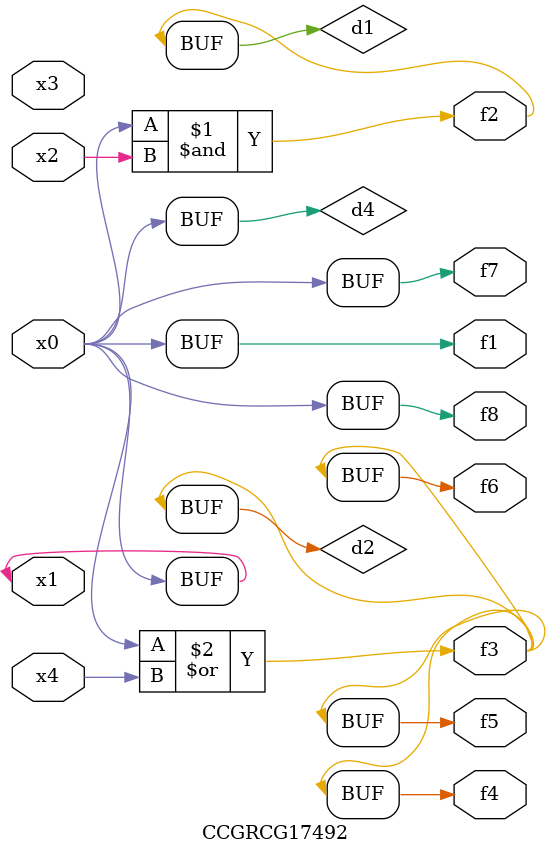
<source format=v>
module CCGRCG17492(
	input x0, x1, x2, x3, x4,
	output f1, f2, f3, f4, f5, f6, f7, f8
);

	wire d1, d2, d3, d4;

	and (d1, x0, x2);
	or (d2, x0, x4);
	nand (d3, x0, x2);
	buf (d4, x0, x1);
	assign f1 = d4;
	assign f2 = d1;
	assign f3 = d2;
	assign f4 = d2;
	assign f5 = d2;
	assign f6 = d2;
	assign f7 = d4;
	assign f8 = d4;
endmodule

</source>
